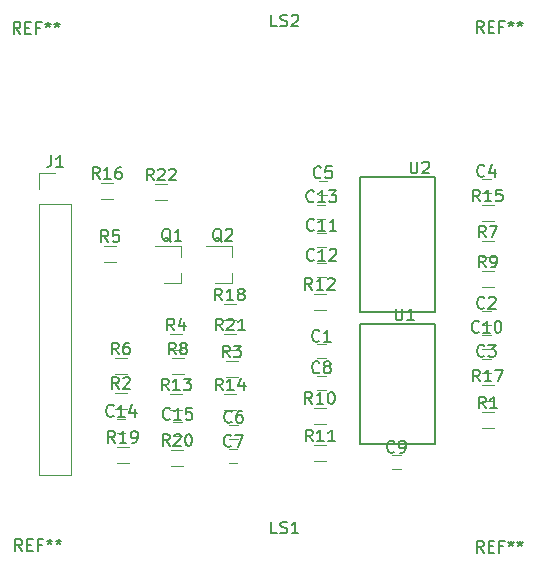
<source format=gbr>
G04 #@! TF.FileFunction,Legend,Top*
%FSLAX46Y46*%
G04 Gerber Fmt 4.6, Leading zero omitted, Abs format (unit mm)*
G04 Created by KiCad (PCBNEW 4.0.7) date Monday, December 18, 2017 'PMt' 04:43:52 PM*
%MOMM*%
%LPD*%
G01*
G04 APERTURE LIST*
%ADD10C,0.100000*%
%ADD11C,0.120000*%
%ADD12C,0.150000*%
G04 APERTURE END LIST*
D10*
D11*
X117064000Y-108112000D02*
X117764000Y-108112000D01*
X117764000Y-109312000D02*
X117064000Y-109312000D01*
X131034000Y-105318000D02*
X131734000Y-105318000D01*
X131734000Y-106518000D02*
X131034000Y-106518000D01*
X131034000Y-109382000D02*
X131734000Y-109382000D01*
X131734000Y-110582000D02*
X131034000Y-110582000D01*
X131034000Y-94142000D02*
X131734000Y-94142000D01*
X131734000Y-95342000D02*
X131034000Y-95342000D01*
X117186000Y-94269000D02*
X117886000Y-94269000D01*
X117886000Y-95469000D02*
X117186000Y-95469000D01*
X109632000Y-114970000D02*
X110332000Y-114970000D01*
X110332000Y-116170000D02*
X109632000Y-116170000D01*
X109566000Y-117002000D02*
X110266000Y-117002000D01*
X110266000Y-118202000D02*
X109566000Y-118202000D01*
X117064000Y-110779000D02*
X117764000Y-110779000D01*
X117764000Y-111979000D02*
X117064000Y-111979000D01*
X123414000Y-117510000D02*
X124114000Y-117510000D01*
X124114000Y-118710000D02*
X123414000Y-118710000D01*
X131034000Y-107350000D02*
X131734000Y-107350000D01*
X131734000Y-108550000D02*
X131034000Y-108550000D01*
X117064000Y-98714000D02*
X117764000Y-98714000D01*
X117764000Y-99914000D02*
X117064000Y-99914000D01*
X117064000Y-101254000D02*
X117764000Y-101254000D01*
X117764000Y-102454000D02*
X117064000Y-102454000D01*
X117059000Y-96301000D02*
X117759000Y-96301000D01*
X117759000Y-97501000D02*
X117059000Y-97501000D01*
X100107000Y-114462000D02*
X100807000Y-114462000D01*
X100807000Y-115662000D02*
X100107000Y-115662000D01*
X104872000Y-114716000D02*
X105572000Y-114716000D01*
X105572000Y-115916000D02*
X104872000Y-115916000D01*
X105519000Y-102987000D02*
X105519000Y-102057000D01*
X105519000Y-99827000D02*
X105519000Y-100757000D01*
X105519000Y-99827000D02*
X103359000Y-99827000D01*
X105519000Y-102987000D02*
X104059000Y-102987000D01*
X109837000Y-102987000D02*
X109837000Y-102057000D01*
X109837000Y-99827000D02*
X109837000Y-100757000D01*
X109837000Y-99827000D02*
X107677000Y-99827000D01*
X109837000Y-102987000D02*
X108377000Y-102987000D01*
X131988000Y-115234000D02*
X130988000Y-115234000D01*
X130988000Y-113874000D02*
X131988000Y-113874000D01*
X100914000Y-113583000D02*
X99914000Y-113583000D01*
X99914000Y-112223000D02*
X100914000Y-112223000D01*
X110312000Y-110916000D02*
X109312000Y-110916000D01*
X109312000Y-109556000D02*
X110312000Y-109556000D01*
X105613000Y-108630000D02*
X104613000Y-108630000D01*
X104613000Y-107270000D02*
X105613000Y-107270000D01*
X100025000Y-101137000D02*
X99025000Y-101137000D01*
X99025000Y-99777000D02*
X100025000Y-99777000D01*
X100914000Y-110662000D02*
X99914000Y-110662000D01*
X99914000Y-109302000D02*
X100914000Y-109302000D01*
X105740000Y-110662000D02*
X104740000Y-110662000D01*
X104740000Y-109302000D02*
X105740000Y-109302000D01*
X117764000Y-114853000D02*
X116764000Y-114853000D01*
X116764000Y-113493000D02*
X117764000Y-113493000D01*
X117805000Y-118028000D02*
X116805000Y-118028000D01*
X116805000Y-116668000D02*
X117805000Y-116668000D01*
X105613000Y-113710000D02*
X104613000Y-113710000D01*
X104613000Y-112350000D02*
X105613000Y-112350000D01*
X110185000Y-113710000D02*
X109185000Y-113710000D01*
X109185000Y-112350000D02*
X110185000Y-112350000D01*
X99771000Y-95803000D02*
X98771000Y-95803000D01*
X98771000Y-94443000D02*
X99771000Y-94443000D01*
X131988000Y-112948000D02*
X130988000Y-112948000D01*
X130988000Y-111588000D02*
X131988000Y-111588000D01*
X110144000Y-106090000D02*
X109144000Y-106090000D01*
X109144000Y-104730000D02*
X110144000Y-104730000D01*
X101084000Y-118155000D02*
X100084000Y-118155000D01*
X100084000Y-116795000D02*
X101084000Y-116795000D01*
X105699000Y-118409000D02*
X104699000Y-118409000D01*
X104699000Y-117049000D02*
X105699000Y-117049000D01*
X110185000Y-108630000D02*
X109185000Y-108630000D01*
X109185000Y-107270000D02*
X110185000Y-107270000D01*
X104343000Y-95930000D02*
X103343000Y-95930000D01*
X103343000Y-94570000D02*
X104343000Y-94570000D01*
D12*
X120650000Y-106426000D02*
X127000000Y-106426000D01*
X127000000Y-106426000D02*
X120650000Y-106426000D01*
X120650000Y-116586000D02*
X120650000Y-106426000D01*
X120650000Y-116586000D02*
X120650000Y-106426000D01*
X127000000Y-116586000D02*
X120650000Y-116586000D01*
X127000000Y-106426000D02*
X127000000Y-116586000D01*
X127000000Y-116586000D02*
X127000000Y-106426000D01*
D11*
X93539000Y-96266000D02*
X93539000Y-119186000D01*
X93539000Y-119186000D02*
X96199000Y-119186000D01*
X96199000Y-119186000D02*
X96199000Y-96266000D01*
X96199000Y-96266000D02*
X93539000Y-96266000D01*
X93539000Y-94996000D02*
X93539000Y-93666000D01*
X93539000Y-93666000D02*
X94869000Y-93666000D01*
X131988000Y-100756000D02*
X130988000Y-100756000D01*
X130988000Y-99396000D02*
X131988000Y-99396000D01*
X131988000Y-103296000D02*
X130988000Y-103296000D01*
X130988000Y-101936000D02*
X131988000Y-101936000D01*
X117764000Y-105201000D02*
X116764000Y-105201000D01*
X116764000Y-103841000D02*
X117764000Y-103841000D01*
X131988000Y-97708000D02*
X130988000Y-97708000D01*
X130988000Y-96348000D02*
X131988000Y-96348000D01*
D12*
X120650000Y-93980000D02*
X120650000Y-105410000D01*
X127000000Y-105410000D02*
X120650000Y-105410000D01*
X127000000Y-93980000D02*
X127000000Y-105410000D01*
X127000000Y-105410000D02*
X127000000Y-93980000D01*
X127000000Y-93980000D02*
X127000000Y-105410000D01*
X120650000Y-93980000D02*
X127000000Y-93980000D01*
X117247334Y-107819143D02*
X117199715Y-107866762D01*
X117056858Y-107914381D01*
X116961620Y-107914381D01*
X116818762Y-107866762D01*
X116723524Y-107771524D01*
X116675905Y-107676286D01*
X116628286Y-107485810D01*
X116628286Y-107342952D01*
X116675905Y-107152476D01*
X116723524Y-107057238D01*
X116818762Y-106962000D01*
X116961620Y-106914381D01*
X117056858Y-106914381D01*
X117199715Y-106962000D01*
X117247334Y-107009619D01*
X118199715Y-107914381D02*
X117628286Y-107914381D01*
X117914000Y-107914381D02*
X117914000Y-106914381D01*
X117818762Y-107057238D01*
X117723524Y-107152476D01*
X117628286Y-107200095D01*
X131217334Y-105025143D02*
X131169715Y-105072762D01*
X131026858Y-105120381D01*
X130931620Y-105120381D01*
X130788762Y-105072762D01*
X130693524Y-104977524D01*
X130645905Y-104882286D01*
X130598286Y-104691810D01*
X130598286Y-104548952D01*
X130645905Y-104358476D01*
X130693524Y-104263238D01*
X130788762Y-104168000D01*
X130931620Y-104120381D01*
X131026858Y-104120381D01*
X131169715Y-104168000D01*
X131217334Y-104215619D01*
X131598286Y-104215619D02*
X131645905Y-104168000D01*
X131741143Y-104120381D01*
X131979239Y-104120381D01*
X132074477Y-104168000D01*
X132122096Y-104215619D01*
X132169715Y-104310857D01*
X132169715Y-104406095D01*
X132122096Y-104548952D01*
X131550667Y-105120381D01*
X132169715Y-105120381D01*
X131217334Y-109089143D02*
X131169715Y-109136762D01*
X131026858Y-109184381D01*
X130931620Y-109184381D01*
X130788762Y-109136762D01*
X130693524Y-109041524D01*
X130645905Y-108946286D01*
X130598286Y-108755810D01*
X130598286Y-108612952D01*
X130645905Y-108422476D01*
X130693524Y-108327238D01*
X130788762Y-108232000D01*
X130931620Y-108184381D01*
X131026858Y-108184381D01*
X131169715Y-108232000D01*
X131217334Y-108279619D01*
X131550667Y-108184381D02*
X132169715Y-108184381D01*
X131836381Y-108565333D01*
X131979239Y-108565333D01*
X132074477Y-108612952D01*
X132122096Y-108660571D01*
X132169715Y-108755810D01*
X132169715Y-108993905D01*
X132122096Y-109089143D01*
X132074477Y-109136762D01*
X131979239Y-109184381D01*
X131693524Y-109184381D01*
X131598286Y-109136762D01*
X131550667Y-109089143D01*
X131217334Y-93849143D02*
X131169715Y-93896762D01*
X131026858Y-93944381D01*
X130931620Y-93944381D01*
X130788762Y-93896762D01*
X130693524Y-93801524D01*
X130645905Y-93706286D01*
X130598286Y-93515810D01*
X130598286Y-93372952D01*
X130645905Y-93182476D01*
X130693524Y-93087238D01*
X130788762Y-92992000D01*
X130931620Y-92944381D01*
X131026858Y-92944381D01*
X131169715Y-92992000D01*
X131217334Y-93039619D01*
X132074477Y-93277714D02*
X132074477Y-93944381D01*
X131836381Y-92896762D02*
X131598286Y-93611048D01*
X132217334Y-93611048D01*
X117369334Y-93976143D02*
X117321715Y-94023762D01*
X117178858Y-94071381D01*
X117083620Y-94071381D01*
X116940762Y-94023762D01*
X116845524Y-93928524D01*
X116797905Y-93833286D01*
X116750286Y-93642810D01*
X116750286Y-93499952D01*
X116797905Y-93309476D01*
X116845524Y-93214238D01*
X116940762Y-93119000D01*
X117083620Y-93071381D01*
X117178858Y-93071381D01*
X117321715Y-93119000D01*
X117369334Y-93166619D01*
X118274096Y-93071381D02*
X117797905Y-93071381D01*
X117750286Y-93547571D01*
X117797905Y-93499952D01*
X117893143Y-93452333D01*
X118131239Y-93452333D01*
X118226477Y-93499952D01*
X118274096Y-93547571D01*
X118321715Y-93642810D01*
X118321715Y-93880905D01*
X118274096Y-93976143D01*
X118226477Y-94023762D01*
X118131239Y-94071381D01*
X117893143Y-94071381D01*
X117797905Y-94023762D01*
X117750286Y-93976143D01*
X109815334Y-114677143D02*
X109767715Y-114724762D01*
X109624858Y-114772381D01*
X109529620Y-114772381D01*
X109386762Y-114724762D01*
X109291524Y-114629524D01*
X109243905Y-114534286D01*
X109196286Y-114343810D01*
X109196286Y-114200952D01*
X109243905Y-114010476D01*
X109291524Y-113915238D01*
X109386762Y-113820000D01*
X109529620Y-113772381D01*
X109624858Y-113772381D01*
X109767715Y-113820000D01*
X109815334Y-113867619D01*
X110672477Y-113772381D02*
X110482000Y-113772381D01*
X110386762Y-113820000D01*
X110339143Y-113867619D01*
X110243905Y-114010476D01*
X110196286Y-114200952D01*
X110196286Y-114581905D01*
X110243905Y-114677143D01*
X110291524Y-114724762D01*
X110386762Y-114772381D01*
X110577239Y-114772381D01*
X110672477Y-114724762D01*
X110720096Y-114677143D01*
X110767715Y-114581905D01*
X110767715Y-114343810D01*
X110720096Y-114248571D01*
X110672477Y-114200952D01*
X110577239Y-114153333D01*
X110386762Y-114153333D01*
X110291524Y-114200952D01*
X110243905Y-114248571D01*
X110196286Y-114343810D01*
X109749334Y-116709143D02*
X109701715Y-116756762D01*
X109558858Y-116804381D01*
X109463620Y-116804381D01*
X109320762Y-116756762D01*
X109225524Y-116661524D01*
X109177905Y-116566286D01*
X109130286Y-116375810D01*
X109130286Y-116232952D01*
X109177905Y-116042476D01*
X109225524Y-115947238D01*
X109320762Y-115852000D01*
X109463620Y-115804381D01*
X109558858Y-115804381D01*
X109701715Y-115852000D01*
X109749334Y-115899619D01*
X110082667Y-115804381D02*
X110749334Y-115804381D01*
X110320762Y-116804381D01*
X117247334Y-110486143D02*
X117199715Y-110533762D01*
X117056858Y-110581381D01*
X116961620Y-110581381D01*
X116818762Y-110533762D01*
X116723524Y-110438524D01*
X116675905Y-110343286D01*
X116628286Y-110152810D01*
X116628286Y-110009952D01*
X116675905Y-109819476D01*
X116723524Y-109724238D01*
X116818762Y-109629000D01*
X116961620Y-109581381D01*
X117056858Y-109581381D01*
X117199715Y-109629000D01*
X117247334Y-109676619D01*
X117818762Y-110009952D02*
X117723524Y-109962333D01*
X117675905Y-109914714D01*
X117628286Y-109819476D01*
X117628286Y-109771857D01*
X117675905Y-109676619D01*
X117723524Y-109629000D01*
X117818762Y-109581381D01*
X118009239Y-109581381D01*
X118104477Y-109629000D01*
X118152096Y-109676619D01*
X118199715Y-109771857D01*
X118199715Y-109819476D01*
X118152096Y-109914714D01*
X118104477Y-109962333D01*
X118009239Y-110009952D01*
X117818762Y-110009952D01*
X117723524Y-110057571D01*
X117675905Y-110105190D01*
X117628286Y-110200429D01*
X117628286Y-110390905D01*
X117675905Y-110486143D01*
X117723524Y-110533762D01*
X117818762Y-110581381D01*
X118009239Y-110581381D01*
X118104477Y-110533762D01*
X118152096Y-110486143D01*
X118199715Y-110390905D01*
X118199715Y-110200429D01*
X118152096Y-110105190D01*
X118104477Y-110057571D01*
X118009239Y-110009952D01*
X123597334Y-117217143D02*
X123549715Y-117264762D01*
X123406858Y-117312381D01*
X123311620Y-117312381D01*
X123168762Y-117264762D01*
X123073524Y-117169524D01*
X123025905Y-117074286D01*
X122978286Y-116883810D01*
X122978286Y-116740952D01*
X123025905Y-116550476D01*
X123073524Y-116455238D01*
X123168762Y-116360000D01*
X123311620Y-116312381D01*
X123406858Y-116312381D01*
X123549715Y-116360000D01*
X123597334Y-116407619D01*
X124073524Y-117312381D02*
X124264000Y-117312381D01*
X124359239Y-117264762D01*
X124406858Y-117217143D01*
X124502096Y-117074286D01*
X124549715Y-116883810D01*
X124549715Y-116502857D01*
X124502096Y-116407619D01*
X124454477Y-116360000D01*
X124359239Y-116312381D01*
X124168762Y-116312381D01*
X124073524Y-116360000D01*
X124025905Y-116407619D01*
X123978286Y-116502857D01*
X123978286Y-116740952D01*
X124025905Y-116836190D01*
X124073524Y-116883810D01*
X124168762Y-116931429D01*
X124359239Y-116931429D01*
X124454477Y-116883810D01*
X124502096Y-116836190D01*
X124549715Y-116740952D01*
X130741143Y-107057143D02*
X130693524Y-107104762D01*
X130550667Y-107152381D01*
X130455429Y-107152381D01*
X130312571Y-107104762D01*
X130217333Y-107009524D01*
X130169714Y-106914286D01*
X130122095Y-106723810D01*
X130122095Y-106580952D01*
X130169714Y-106390476D01*
X130217333Y-106295238D01*
X130312571Y-106200000D01*
X130455429Y-106152381D01*
X130550667Y-106152381D01*
X130693524Y-106200000D01*
X130741143Y-106247619D01*
X131693524Y-107152381D02*
X131122095Y-107152381D01*
X131407809Y-107152381D02*
X131407809Y-106152381D01*
X131312571Y-106295238D01*
X131217333Y-106390476D01*
X131122095Y-106438095D01*
X132312571Y-106152381D02*
X132407810Y-106152381D01*
X132503048Y-106200000D01*
X132550667Y-106247619D01*
X132598286Y-106342857D01*
X132645905Y-106533333D01*
X132645905Y-106771429D01*
X132598286Y-106961905D01*
X132550667Y-107057143D01*
X132503048Y-107104762D01*
X132407810Y-107152381D01*
X132312571Y-107152381D01*
X132217333Y-107104762D01*
X132169714Y-107057143D01*
X132122095Y-106961905D01*
X132074476Y-106771429D01*
X132074476Y-106533333D01*
X132122095Y-106342857D01*
X132169714Y-106247619D01*
X132217333Y-106200000D01*
X132312571Y-106152381D01*
X116771143Y-98421143D02*
X116723524Y-98468762D01*
X116580667Y-98516381D01*
X116485429Y-98516381D01*
X116342571Y-98468762D01*
X116247333Y-98373524D01*
X116199714Y-98278286D01*
X116152095Y-98087810D01*
X116152095Y-97944952D01*
X116199714Y-97754476D01*
X116247333Y-97659238D01*
X116342571Y-97564000D01*
X116485429Y-97516381D01*
X116580667Y-97516381D01*
X116723524Y-97564000D01*
X116771143Y-97611619D01*
X117723524Y-98516381D02*
X117152095Y-98516381D01*
X117437809Y-98516381D02*
X117437809Y-97516381D01*
X117342571Y-97659238D01*
X117247333Y-97754476D01*
X117152095Y-97802095D01*
X118675905Y-98516381D02*
X118104476Y-98516381D01*
X118390190Y-98516381D02*
X118390190Y-97516381D01*
X118294952Y-97659238D01*
X118199714Y-97754476D01*
X118104476Y-97802095D01*
X116771143Y-100961143D02*
X116723524Y-101008762D01*
X116580667Y-101056381D01*
X116485429Y-101056381D01*
X116342571Y-101008762D01*
X116247333Y-100913524D01*
X116199714Y-100818286D01*
X116152095Y-100627810D01*
X116152095Y-100484952D01*
X116199714Y-100294476D01*
X116247333Y-100199238D01*
X116342571Y-100104000D01*
X116485429Y-100056381D01*
X116580667Y-100056381D01*
X116723524Y-100104000D01*
X116771143Y-100151619D01*
X117723524Y-101056381D02*
X117152095Y-101056381D01*
X117437809Y-101056381D02*
X117437809Y-100056381D01*
X117342571Y-100199238D01*
X117247333Y-100294476D01*
X117152095Y-100342095D01*
X118104476Y-100151619D02*
X118152095Y-100104000D01*
X118247333Y-100056381D01*
X118485429Y-100056381D01*
X118580667Y-100104000D01*
X118628286Y-100151619D01*
X118675905Y-100246857D01*
X118675905Y-100342095D01*
X118628286Y-100484952D01*
X118056857Y-101056381D01*
X118675905Y-101056381D01*
X116766143Y-96008143D02*
X116718524Y-96055762D01*
X116575667Y-96103381D01*
X116480429Y-96103381D01*
X116337571Y-96055762D01*
X116242333Y-95960524D01*
X116194714Y-95865286D01*
X116147095Y-95674810D01*
X116147095Y-95531952D01*
X116194714Y-95341476D01*
X116242333Y-95246238D01*
X116337571Y-95151000D01*
X116480429Y-95103381D01*
X116575667Y-95103381D01*
X116718524Y-95151000D01*
X116766143Y-95198619D01*
X117718524Y-96103381D02*
X117147095Y-96103381D01*
X117432809Y-96103381D02*
X117432809Y-95103381D01*
X117337571Y-95246238D01*
X117242333Y-95341476D01*
X117147095Y-95389095D01*
X118051857Y-95103381D02*
X118670905Y-95103381D01*
X118337571Y-95484333D01*
X118480429Y-95484333D01*
X118575667Y-95531952D01*
X118623286Y-95579571D01*
X118670905Y-95674810D01*
X118670905Y-95912905D01*
X118623286Y-96008143D01*
X118575667Y-96055762D01*
X118480429Y-96103381D01*
X118194714Y-96103381D01*
X118099476Y-96055762D01*
X118051857Y-96008143D01*
X99814143Y-114169143D02*
X99766524Y-114216762D01*
X99623667Y-114264381D01*
X99528429Y-114264381D01*
X99385571Y-114216762D01*
X99290333Y-114121524D01*
X99242714Y-114026286D01*
X99195095Y-113835810D01*
X99195095Y-113692952D01*
X99242714Y-113502476D01*
X99290333Y-113407238D01*
X99385571Y-113312000D01*
X99528429Y-113264381D01*
X99623667Y-113264381D01*
X99766524Y-113312000D01*
X99814143Y-113359619D01*
X100766524Y-114264381D02*
X100195095Y-114264381D01*
X100480809Y-114264381D02*
X100480809Y-113264381D01*
X100385571Y-113407238D01*
X100290333Y-113502476D01*
X100195095Y-113550095D01*
X101623667Y-113597714D02*
X101623667Y-114264381D01*
X101385571Y-113216762D02*
X101147476Y-113931048D01*
X101766524Y-113931048D01*
X104579143Y-114423143D02*
X104531524Y-114470762D01*
X104388667Y-114518381D01*
X104293429Y-114518381D01*
X104150571Y-114470762D01*
X104055333Y-114375524D01*
X104007714Y-114280286D01*
X103960095Y-114089810D01*
X103960095Y-113946952D01*
X104007714Y-113756476D01*
X104055333Y-113661238D01*
X104150571Y-113566000D01*
X104293429Y-113518381D01*
X104388667Y-113518381D01*
X104531524Y-113566000D01*
X104579143Y-113613619D01*
X105531524Y-114518381D02*
X104960095Y-114518381D01*
X105245809Y-114518381D02*
X105245809Y-113518381D01*
X105150571Y-113661238D01*
X105055333Y-113756476D01*
X104960095Y-113804095D01*
X106436286Y-113518381D02*
X105960095Y-113518381D01*
X105912476Y-113994571D01*
X105960095Y-113946952D01*
X106055333Y-113899333D01*
X106293429Y-113899333D01*
X106388667Y-113946952D01*
X106436286Y-113994571D01*
X106483905Y-114089810D01*
X106483905Y-114327905D01*
X106436286Y-114423143D01*
X106388667Y-114470762D01*
X106293429Y-114518381D01*
X106055333Y-114518381D01*
X105960095Y-114470762D01*
X105912476Y-114423143D01*
X113657143Y-124142381D02*
X113180952Y-124142381D01*
X113180952Y-123142381D01*
X113942857Y-124094762D02*
X114085714Y-124142381D01*
X114323810Y-124142381D01*
X114419048Y-124094762D01*
X114466667Y-124047143D01*
X114514286Y-123951905D01*
X114514286Y-123856667D01*
X114466667Y-123761429D01*
X114419048Y-123713810D01*
X114323810Y-123666190D01*
X114133333Y-123618571D01*
X114038095Y-123570952D01*
X113990476Y-123523333D01*
X113942857Y-123428095D01*
X113942857Y-123332857D01*
X113990476Y-123237619D01*
X114038095Y-123190000D01*
X114133333Y-123142381D01*
X114371429Y-123142381D01*
X114514286Y-123190000D01*
X115466667Y-124142381D02*
X114895238Y-124142381D01*
X115180952Y-124142381D02*
X115180952Y-123142381D01*
X115085714Y-123285238D01*
X114990476Y-123380476D01*
X114895238Y-123428095D01*
X113657143Y-81216381D02*
X113180952Y-81216381D01*
X113180952Y-80216381D01*
X113942857Y-81168762D02*
X114085714Y-81216381D01*
X114323810Y-81216381D01*
X114419048Y-81168762D01*
X114466667Y-81121143D01*
X114514286Y-81025905D01*
X114514286Y-80930667D01*
X114466667Y-80835429D01*
X114419048Y-80787810D01*
X114323810Y-80740190D01*
X114133333Y-80692571D01*
X114038095Y-80644952D01*
X113990476Y-80597333D01*
X113942857Y-80502095D01*
X113942857Y-80406857D01*
X113990476Y-80311619D01*
X114038095Y-80264000D01*
X114133333Y-80216381D01*
X114371429Y-80216381D01*
X114514286Y-80264000D01*
X114895238Y-80311619D02*
X114942857Y-80264000D01*
X115038095Y-80216381D01*
X115276191Y-80216381D01*
X115371429Y-80264000D01*
X115419048Y-80311619D01*
X115466667Y-80406857D01*
X115466667Y-80502095D01*
X115419048Y-80644952D01*
X114847619Y-81216381D01*
X115466667Y-81216381D01*
X104663762Y-99454619D02*
X104568524Y-99407000D01*
X104473286Y-99311762D01*
X104330429Y-99168905D01*
X104235190Y-99121286D01*
X104139952Y-99121286D01*
X104187571Y-99359381D02*
X104092333Y-99311762D01*
X103997095Y-99216524D01*
X103949476Y-99026048D01*
X103949476Y-98692714D01*
X103997095Y-98502238D01*
X104092333Y-98407000D01*
X104187571Y-98359381D01*
X104378048Y-98359381D01*
X104473286Y-98407000D01*
X104568524Y-98502238D01*
X104616143Y-98692714D01*
X104616143Y-99026048D01*
X104568524Y-99216524D01*
X104473286Y-99311762D01*
X104378048Y-99359381D01*
X104187571Y-99359381D01*
X105568524Y-99359381D02*
X104997095Y-99359381D01*
X105282809Y-99359381D02*
X105282809Y-98359381D01*
X105187571Y-98502238D01*
X105092333Y-98597476D01*
X104997095Y-98645095D01*
X108981762Y-99454619D02*
X108886524Y-99407000D01*
X108791286Y-99311762D01*
X108648429Y-99168905D01*
X108553190Y-99121286D01*
X108457952Y-99121286D01*
X108505571Y-99359381D02*
X108410333Y-99311762D01*
X108315095Y-99216524D01*
X108267476Y-99026048D01*
X108267476Y-98692714D01*
X108315095Y-98502238D01*
X108410333Y-98407000D01*
X108505571Y-98359381D01*
X108696048Y-98359381D01*
X108791286Y-98407000D01*
X108886524Y-98502238D01*
X108934143Y-98692714D01*
X108934143Y-99026048D01*
X108886524Y-99216524D01*
X108791286Y-99311762D01*
X108696048Y-99359381D01*
X108505571Y-99359381D01*
X109315095Y-98454619D02*
X109362714Y-98407000D01*
X109457952Y-98359381D01*
X109696048Y-98359381D01*
X109791286Y-98407000D01*
X109838905Y-98454619D01*
X109886524Y-98549857D01*
X109886524Y-98645095D01*
X109838905Y-98787952D01*
X109267476Y-99359381D01*
X109886524Y-99359381D01*
X131321334Y-113556381D02*
X130988000Y-113080190D01*
X130749905Y-113556381D02*
X130749905Y-112556381D01*
X131130858Y-112556381D01*
X131226096Y-112604000D01*
X131273715Y-112651619D01*
X131321334Y-112746857D01*
X131321334Y-112889714D01*
X131273715Y-112984952D01*
X131226096Y-113032571D01*
X131130858Y-113080190D01*
X130749905Y-113080190D01*
X132273715Y-113556381D02*
X131702286Y-113556381D01*
X131988000Y-113556381D02*
X131988000Y-112556381D01*
X131892762Y-112699238D01*
X131797524Y-112794476D01*
X131702286Y-112842095D01*
X100247334Y-111905381D02*
X99914000Y-111429190D01*
X99675905Y-111905381D02*
X99675905Y-110905381D01*
X100056858Y-110905381D01*
X100152096Y-110953000D01*
X100199715Y-111000619D01*
X100247334Y-111095857D01*
X100247334Y-111238714D01*
X100199715Y-111333952D01*
X100152096Y-111381571D01*
X100056858Y-111429190D01*
X99675905Y-111429190D01*
X100628286Y-111000619D02*
X100675905Y-110953000D01*
X100771143Y-110905381D01*
X101009239Y-110905381D01*
X101104477Y-110953000D01*
X101152096Y-111000619D01*
X101199715Y-111095857D01*
X101199715Y-111191095D01*
X101152096Y-111333952D01*
X100580667Y-111905381D01*
X101199715Y-111905381D01*
X109645334Y-109238381D02*
X109312000Y-108762190D01*
X109073905Y-109238381D02*
X109073905Y-108238381D01*
X109454858Y-108238381D01*
X109550096Y-108286000D01*
X109597715Y-108333619D01*
X109645334Y-108428857D01*
X109645334Y-108571714D01*
X109597715Y-108666952D01*
X109550096Y-108714571D01*
X109454858Y-108762190D01*
X109073905Y-108762190D01*
X109978667Y-108238381D02*
X110597715Y-108238381D01*
X110264381Y-108619333D01*
X110407239Y-108619333D01*
X110502477Y-108666952D01*
X110550096Y-108714571D01*
X110597715Y-108809810D01*
X110597715Y-109047905D01*
X110550096Y-109143143D01*
X110502477Y-109190762D01*
X110407239Y-109238381D01*
X110121524Y-109238381D01*
X110026286Y-109190762D01*
X109978667Y-109143143D01*
X104946334Y-106952381D02*
X104613000Y-106476190D01*
X104374905Y-106952381D02*
X104374905Y-105952381D01*
X104755858Y-105952381D01*
X104851096Y-106000000D01*
X104898715Y-106047619D01*
X104946334Y-106142857D01*
X104946334Y-106285714D01*
X104898715Y-106380952D01*
X104851096Y-106428571D01*
X104755858Y-106476190D01*
X104374905Y-106476190D01*
X105803477Y-106285714D02*
X105803477Y-106952381D01*
X105565381Y-105904762D02*
X105327286Y-106619048D01*
X105946334Y-106619048D01*
X99358334Y-99459381D02*
X99025000Y-98983190D01*
X98786905Y-99459381D02*
X98786905Y-98459381D01*
X99167858Y-98459381D01*
X99263096Y-98507000D01*
X99310715Y-98554619D01*
X99358334Y-98649857D01*
X99358334Y-98792714D01*
X99310715Y-98887952D01*
X99263096Y-98935571D01*
X99167858Y-98983190D01*
X98786905Y-98983190D01*
X100263096Y-98459381D02*
X99786905Y-98459381D01*
X99739286Y-98935571D01*
X99786905Y-98887952D01*
X99882143Y-98840333D01*
X100120239Y-98840333D01*
X100215477Y-98887952D01*
X100263096Y-98935571D01*
X100310715Y-99030810D01*
X100310715Y-99268905D01*
X100263096Y-99364143D01*
X100215477Y-99411762D01*
X100120239Y-99459381D01*
X99882143Y-99459381D01*
X99786905Y-99411762D01*
X99739286Y-99364143D01*
X100247334Y-108984381D02*
X99914000Y-108508190D01*
X99675905Y-108984381D02*
X99675905Y-107984381D01*
X100056858Y-107984381D01*
X100152096Y-108032000D01*
X100199715Y-108079619D01*
X100247334Y-108174857D01*
X100247334Y-108317714D01*
X100199715Y-108412952D01*
X100152096Y-108460571D01*
X100056858Y-108508190D01*
X99675905Y-108508190D01*
X101104477Y-107984381D02*
X100914000Y-107984381D01*
X100818762Y-108032000D01*
X100771143Y-108079619D01*
X100675905Y-108222476D01*
X100628286Y-108412952D01*
X100628286Y-108793905D01*
X100675905Y-108889143D01*
X100723524Y-108936762D01*
X100818762Y-108984381D01*
X101009239Y-108984381D01*
X101104477Y-108936762D01*
X101152096Y-108889143D01*
X101199715Y-108793905D01*
X101199715Y-108555810D01*
X101152096Y-108460571D01*
X101104477Y-108412952D01*
X101009239Y-108365333D01*
X100818762Y-108365333D01*
X100723524Y-108412952D01*
X100675905Y-108460571D01*
X100628286Y-108555810D01*
X105073334Y-108984381D02*
X104740000Y-108508190D01*
X104501905Y-108984381D02*
X104501905Y-107984381D01*
X104882858Y-107984381D01*
X104978096Y-108032000D01*
X105025715Y-108079619D01*
X105073334Y-108174857D01*
X105073334Y-108317714D01*
X105025715Y-108412952D01*
X104978096Y-108460571D01*
X104882858Y-108508190D01*
X104501905Y-108508190D01*
X105644762Y-108412952D02*
X105549524Y-108365333D01*
X105501905Y-108317714D01*
X105454286Y-108222476D01*
X105454286Y-108174857D01*
X105501905Y-108079619D01*
X105549524Y-108032000D01*
X105644762Y-107984381D01*
X105835239Y-107984381D01*
X105930477Y-108032000D01*
X105978096Y-108079619D01*
X106025715Y-108174857D01*
X106025715Y-108222476D01*
X105978096Y-108317714D01*
X105930477Y-108365333D01*
X105835239Y-108412952D01*
X105644762Y-108412952D01*
X105549524Y-108460571D01*
X105501905Y-108508190D01*
X105454286Y-108603429D01*
X105454286Y-108793905D01*
X105501905Y-108889143D01*
X105549524Y-108936762D01*
X105644762Y-108984381D01*
X105835239Y-108984381D01*
X105930477Y-108936762D01*
X105978096Y-108889143D01*
X106025715Y-108793905D01*
X106025715Y-108603429D01*
X105978096Y-108508190D01*
X105930477Y-108460571D01*
X105835239Y-108412952D01*
X116621143Y-113175381D02*
X116287809Y-112699190D01*
X116049714Y-113175381D02*
X116049714Y-112175381D01*
X116430667Y-112175381D01*
X116525905Y-112223000D01*
X116573524Y-112270619D01*
X116621143Y-112365857D01*
X116621143Y-112508714D01*
X116573524Y-112603952D01*
X116525905Y-112651571D01*
X116430667Y-112699190D01*
X116049714Y-112699190D01*
X117573524Y-113175381D02*
X117002095Y-113175381D01*
X117287809Y-113175381D02*
X117287809Y-112175381D01*
X117192571Y-112318238D01*
X117097333Y-112413476D01*
X117002095Y-112461095D01*
X118192571Y-112175381D02*
X118287810Y-112175381D01*
X118383048Y-112223000D01*
X118430667Y-112270619D01*
X118478286Y-112365857D01*
X118525905Y-112556333D01*
X118525905Y-112794429D01*
X118478286Y-112984905D01*
X118430667Y-113080143D01*
X118383048Y-113127762D01*
X118287810Y-113175381D01*
X118192571Y-113175381D01*
X118097333Y-113127762D01*
X118049714Y-113080143D01*
X118002095Y-112984905D01*
X117954476Y-112794429D01*
X117954476Y-112556333D01*
X118002095Y-112365857D01*
X118049714Y-112270619D01*
X118097333Y-112223000D01*
X118192571Y-112175381D01*
X116662143Y-116350381D02*
X116328809Y-115874190D01*
X116090714Y-116350381D02*
X116090714Y-115350381D01*
X116471667Y-115350381D01*
X116566905Y-115398000D01*
X116614524Y-115445619D01*
X116662143Y-115540857D01*
X116662143Y-115683714D01*
X116614524Y-115778952D01*
X116566905Y-115826571D01*
X116471667Y-115874190D01*
X116090714Y-115874190D01*
X117614524Y-116350381D02*
X117043095Y-116350381D01*
X117328809Y-116350381D02*
X117328809Y-115350381D01*
X117233571Y-115493238D01*
X117138333Y-115588476D01*
X117043095Y-115636095D01*
X118566905Y-116350381D02*
X117995476Y-116350381D01*
X118281190Y-116350381D02*
X118281190Y-115350381D01*
X118185952Y-115493238D01*
X118090714Y-115588476D01*
X117995476Y-115636095D01*
X104470143Y-112032381D02*
X104136809Y-111556190D01*
X103898714Y-112032381D02*
X103898714Y-111032381D01*
X104279667Y-111032381D01*
X104374905Y-111080000D01*
X104422524Y-111127619D01*
X104470143Y-111222857D01*
X104470143Y-111365714D01*
X104422524Y-111460952D01*
X104374905Y-111508571D01*
X104279667Y-111556190D01*
X103898714Y-111556190D01*
X105422524Y-112032381D02*
X104851095Y-112032381D01*
X105136809Y-112032381D02*
X105136809Y-111032381D01*
X105041571Y-111175238D01*
X104946333Y-111270476D01*
X104851095Y-111318095D01*
X105755857Y-111032381D02*
X106374905Y-111032381D01*
X106041571Y-111413333D01*
X106184429Y-111413333D01*
X106279667Y-111460952D01*
X106327286Y-111508571D01*
X106374905Y-111603810D01*
X106374905Y-111841905D01*
X106327286Y-111937143D01*
X106279667Y-111984762D01*
X106184429Y-112032381D01*
X105898714Y-112032381D01*
X105803476Y-111984762D01*
X105755857Y-111937143D01*
X109042143Y-112032381D02*
X108708809Y-111556190D01*
X108470714Y-112032381D02*
X108470714Y-111032381D01*
X108851667Y-111032381D01*
X108946905Y-111080000D01*
X108994524Y-111127619D01*
X109042143Y-111222857D01*
X109042143Y-111365714D01*
X108994524Y-111460952D01*
X108946905Y-111508571D01*
X108851667Y-111556190D01*
X108470714Y-111556190D01*
X109994524Y-112032381D02*
X109423095Y-112032381D01*
X109708809Y-112032381D02*
X109708809Y-111032381D01*
X109613571Y-111175238D01*
X109518333Y-111270476D01*
X109423095Y-111318095D01*
X110851667Y-111365714D02*
X110851667Y-112032381D01*
X110613571Y-110984762D02*
X110375476Y-111699048D01*
X110994524Y-111699048D01*
X98628143Y-94125381D02*
X98294809Y-93649190D01*
X98056714Y-94125381D02*
X98056714Y-93125381D01*
X98437667Y-93125381D01*
X98532905Y-93173000D01*
X98580524Y-93220619D01*
X98628143Y-93315857D01*
X98628143Y-93458714D01*
X98580524Y-93553952D01*
X98532905Y-93601571D01*
X98437667Y-93649190D01*
X98056714Y-93649190D01*
X99580524Y-94125381D02*
X99009095Y-94125381D01*
X99294809Y-94125381D02*
X99294809Y-93125381D01*
X99199571Y-93268238D01*
X99104333Y-93363476D01*
X99009095Y-93411095D01*
X100437667Y-93125381D02*
X100247190Y-93125381D01*
X100151952Y-93173000D01*
X100104333Y-93220619D01*
X100009095Y-93363476D01*
X99961476Y-93553952D01*
X99961476Y-93934905D01*
X100009095Y-94030143D01*
X100056714Y-94077762D01*
X100151952Y-94125381D01*
X100342429Y-94125381D01*
X100437667Y-94077762D01*
X100485286Y-94030143D01*
X100532905Y-93934905D01*
X100532905Y-93696810D01*
X100485286Y-93601571D01*
X100437667Y-93553952D01*
X100342429Y-93506333D01*
X100151952Y-93506333D01*
X100056714Y-93553952D01*
X100009095Y-93601571D01*
X99961476Y-93696810D01*
X130845143Y-111270381D02*
X130511809Y-110794190D01*
X130273714Y-111270381D02*
X130273714Y-110270381D01*
X130654667Y-110270381D01*
X130749905Y-110318000D01*
X130797524Y-110365619D01*
X130845143Y-110460857D01*
X130845143Y-110603714D01*
X130797524Y-110698952D01*
X130749905Y-110746571D01*
X130654667Y-110794190D01*
X130273714Y-110794190D01*
X131797524Y-111270381D02*
X131226095Y-111270381D01*
X131511809Y-111270381D02*
X131511809Y-110270381D01*
X131416571Y-110413238D01*
X131321333Y-110508476D01*
X131226095Y-110556095D01*
X132130857Y-110270381D02*
X132797524Y-110270381D01*
X132368952Y-111270381D01*
X109001143Y-104412381D02*
X108667809Y-103936190D01*
X108429714Y-104412381D02*
X108429714Y-103412381D01*
X108810667Y-103412381D01*
X108905905Y-103460000D01*
X108953524Y-103507619D01*
X109001143Y-103602857D01*
X109001143Y-103745714D01*
X108953524Y-103840952D01*
X108905905Y-103888571D01*
X108810667Y-103936190D01*
X108429714Y-103936190D01*
X109953524Y-104412381D02*
X109382095Y-104412381D01*
X109667809Y-104412381D02*
X109667809Y-103412381D01*
X109572571Y-103555238D01*
X109477333Y-103650476D01*
X109382095Y-103698095D01*
X110524952Y-103840952D02*
X110429714Y-103793333D01*
X110382095Y-103745714D01*
X110334476Y-103650476D01*
X110334476Y-103602857D01*
X110382095Y-103507619D01*
X110429714Y-103460000D01*
X110524952Y-103412381D01*
X110715429Y-103412381D01*
X110810667Y-103460000D01*
X110858286Y-103507619D01*
X110905905Y-103602857D01*
X110905905Y-103650476D01*
X110858286Y-103745714D01*
X110810667Y-103793333D01*
X110715429Y-103840952D01*
X110524952Y-103840952D01*
X110429714Y-103888571D01*
X110382095Y-103936190D01*
X110334476Y-104031429D01*
X110334476Y-104221905D01*
X110382095Y-104317143D01*
X110429714Y-104364762D01*
X110524952Y-104412381D01*
X110715429Y-104412381D01*
X110810667Y-104364762D01*
X110858286Y-104317143D01*
X110905905Y-104221905D01*
X110905905Y-104031429D01*
X110858286Y-103936190D01*
X110810667Y-103888571D01*
X110715429Y-103840952D01*
X99941143Y-116477381D02*
X99607809Y-116001190D01*
X99369714Y-116477381D02*
X99369714Y-115477381D01*
X99750667Y-115477381D01*
X99845905Y-115525000D01*
X99893524Y-115572619D01*
X99941143Y-115667857D01*
X99941143Y-115810714D01*
X99893524Y-115905952D01*
X99845905Y-115953571D01*
X99750667Y-116001190D01*
X99369714Y-116001190D01*
X100893524Y-116477381D02*
X100322095Y-116477381D01*
X100607809Y-116477381D02*
X100607809Y-115477381D01*
X100512571Y-115620238D01*
X100417333Y-115715476D01*
X100322095Y-115763095D01*
X101369714Y-116477381D02*
X101560190Y-116477381D01*
X101655429Y-116429762D01*
X101703048Y-116382143D01*
X101798286Y-116239286D01*
X101845905Y-116048810D01*
X101845905Y-115667857D01*
X101798286Y-115572619D01*
X101750667Y-115525000D01*
X101655429Y-115477381D01*
X101464952Y-115477381D01*
X101369714Y-115525000D01*
X101322095Y-115572619D01*
X101274476Y-115667857D01*
X101274476Y-115905952D01*
X101322095Y-116001190D01*
X101369714Y-116048810D01*
X101464952Y-116096429D01*
X101655429Y-116096429D01*
X101750667Y-116048810D01*
X101798286Y-116001190D01*
X101845905Y-115905952D01*
X104556143Y-116731381D02*
X104222809Y-116255190D01*
X103984714Y-116731381D02*
X103984714Y-115731381D01*
X104365667Y-115731381D01*
X104460905Y-115779000D01*
X104508524Y-115826619D01*
X104556143Y-115921857D01*
X104556143Y-116064714D01*
X104508524Y-116159952D01*
X104460905Y-116207571D01*
X104365667Y-116255190D01*
X103984714Y-116255190D01*
X104937095Y-115826619D02*
X104984714Y-115779000D01*
X105079952Y-115731381D01*
X105318048Y-115731381D01*
X105413286Y-115779000D01*
X105460905Y-115826619D01*
X105508524Y-115921857D01*
X105508524Y-116017095D01*
X105460905Y-116159952D01*
X104889476Y-116731381D01*
X105508524Y-116731381D01*
X106127571Y-115731381D02*
X106222810Y-115731381D01*
X106318048Y-115779000D01*
X106365667Y-115826619D01*
X106413286Y-115921857D01*
X106460905Y-116112333D01*
X106460905Y-116350429D01*
X106413286Y-116540905D01*
X106365667Y-116636143D01*
X106318048Y-116683762D01*
X106222810Y-116731381D01*
X106127571Y-116731381D01*
X106032333Y-116683762D01*
X105984714Y-116636143D01*
X105937095Y-116540905D01*
X105889476Y-116350429D01*
X105889476Y-116112333D01*
X105937095Y-115921857D01*
X105984714Y-115826619D01*
X106032333Y-115779000D01*
X106127571Y-115731381D01*
X109042143Y-106952381D02*
X108708809Y-106476190D01*
X108470714Y-106952381D02*
X108470714Y-105952381D01*
X108851667Y-105952381D01*
X108946905Y-106000000D01*
X108994524Y-106047619D01*
X109042143Y-106142857D01*
X109042143Y-106285714D01*
X108994524Y-106380952D01*
X108946905Y-106428571D01*
X108851667Y-106476190D01*
X108470714Y-106476190D01*
X109423095Y-106047619D02*
X109470714Y-106000000D01*
X109565952Y-105952381D01*
X109804048Y-105952381D01*
X109899286Y-106000000D01*
X109946905Y-106047619D01*
X109994524Y-106142857D01*
X109994524Y-106238095D01*
X109946905Y-106380952D01*
X109375476Y-106952381D01*
X109994524Y-106952381D01*
X110946905Y-106952381D02*
X110375476Y-106952381D01*
X110661190Y-106952381D02*
X110661190Y-105952381D01*
X110565952Y-106095238D01*
X110470714Y-106190476D01*
X110375476Y-106238095D01*
X103200143Y-94252381D02*
X102866809Y-93776190D01*
X102628714Y-94252381D02*
X102628714Y-93252381D01*
X103009667Y-93252381D01*
X103104905Y-93300000D01*
X103152524Y-93347619D01*
X103200143Y-93442857D01*
X103200143Y-93585714D01*
X103152524Y-93680952D01*
X103104905Y-93728571D01*
X103009667Y-93776190D01*
X102628714Y-93776190D01*
X103581095Y-93347619D02*
X103628714Y-93300000D01*
X103723952Y-93252381D01*
X103962048Y-93252381D01*
X104057286Y-93300000D01*
X104104905Y-93347619D01*
X104152524Y-93442857D01*
X104152524Y-93538095D01*
X104104905Y-93680952D01*
X103533476Y-94252381D01*
X104152524Y-94252381D01*
X104533476Y-93347619D02*
X104581095Y-93300000D01*
X104676333Y-93252381D01*
X104914429Y-93252381D01*
X105009667Y-93300000D01*
X105057286Y-93347619D01*
X105104905Y-93442857D01*
X105104905Y-93538095D01*
X105057286Y-93680952D01*
X104485857Y-94252381D01*
X105104905Y-94252381D01*
X123698095Y-105108381D02*
X123698095Y-105917905D01*
X123745714Y-106013143D01*
X123793333Y-106060762D01*
X123888571Y-106108381D01*
X124079048Y-106108381D01*
X124174286Y-106060762D01*
X124221905Y-106013143D01*
X124269524Y-105917905D01*
X124269524Y-105108381D01*
X125269524Y-106108381D02*
X124698095Y-106108381D01*
X124983809Y-106108381D02*
X124983809Y-105108381D01*
X124888571Y-105251238D01*
X124793333Y-105346476D01*
X124698095Y-105394095D01*
X94535667Y-92118381D02*
X94535667Y-92832667D01*
X94488047Y-92975524D01*
X94392809Y-93070762D01*
X94249952Y-93118381D01*
X94154714Y-93118381D01*
X95535667Y-93118381D02*
X94964238Y-93118381D01*
X95249952Y-93118381D02*
X95249952Y-92118381D01*
X95154714Y-92261238D01*
X95059476Y-92356476D01*
X94964238Y-92404095D01*
X131321334Y-99078381D02*
X130988000Y-98602190D01*
X130749905Y-99078381D02*
X130749905Y-98078381D01*
X131130858Y-98078381D01*
X131226096Y-98126000D01*
X131273715Y-98173619D01*
X131321334Y-98268857D01*
X131321334Y-98411714D01*
X131273715Y-98506952D01*
X131226096Y-98554571D01*
X131130858Y-98602190D01*
X130749905Y-98602190D01*
X131654667Y-98078381D02*
X132321334Y-98078381D01*
X131892762Y-99078381D01*
X131321334Y-101618381D02*
X130988000Y-101142190D01*
X130749905Y-101618381D02*
X130749905Y-100618381D01*
X131130858Y-100618381D01*
X131226096Y-100666000D01*
X131273715Y-100713619D01*
X131321334Y-100808857D01*
X131321334Y-100951714D01*
X131273715Y-101046952D01*
X131226096Y-101094571D01*
X131130858Y-101142190D01*
X130749905Y-101142190D01*
X131797524Y-101618381D02*
X131988000Y-101618381D01*
X132083239Y-101570762D01*
X132130858Y-101523143D01*
X132226096Y-101380286D01*
X132273715Y-101189810D01*
X132273715Y-100808857D01*
X132226096Y-100713619D01*
X132178477Y-100666000D01*
X132083239Y-100618381D01*
X131892762Y-100618381D01*
X131797524Y-100666000D01*
X131749905Y-100713619D01*
X131702286Y-100808857D01*
X131702286Y-101046952D01*
X131749905Y-101142190D01*
X131797524Y-101189810D01*
X131892762Y-101237429D01*
X132083239Y-101237429D01*
X132178477Y-101189810D01*
X132226096Y-101142190D01*
X132273715Y-101046952D01*
X116621143Y-103523381D02*
X116287809Y-103047190D01*
X116049714Y-103523381D02*
X116049714Y-102523381D01*
X116430667Y-102523381D01*
X116525905Y-102571000D01*
X116573524Y-102618619D01*
X116621143Y-102713857D01*
X116621143Y-102856714D01*
X116573524Y-102951952D01*
X116525905Y-102999571D01*
X116430667Y-103047190D01*
X116049714Y-103047190D01*
X117573524Y-103523381D02*
X117002095Y-103523381D01*
X117287809Y-103523381D02*
X117287809Y-102523381D01*
X117192571Y-102666238D01*
X117097333Y-102761476D01*
X117002095Y-102809095D01*
X117954476Y-102618619D02*
X118002095Y-102571000D01*
X118097333Y-102523381D01*
X118335429Y-102523381D01*
X118430667Y-102571000D01*
X118478286Y-102618619D01*
X118525905Y-102713857D01*
X118525905Y-102809095D01*
X118478286Y-102951952D01*
X117906857Y-103523381D01*
X118525905Y-103523381D01*
X130845143Y-96030381D02*
X130511809Y-95554190D01*
X130273714Y-96030381D02*
X130273714Y-95030381D01*
X130654667Y-95030381D01*
X130749905Y-95078000D01*
X130797524Y-95125619D01*
X130845143Y-95220857D01*
X130845143Y-95363714D01*
X130797524Y-95458952D01*
X130749905Y-95506571D01*
X130654667Y-95554190D01*
X130273714Y-95554190D01*
X131797524Y-96030381D02*
X131226095Y-96030381D01*
X131511809Y-96030381D02*
X131511809Y-95030381D01*
X131416571Y-95173238D01*
X131321333Y-95268476D01*
X131226095Y-95316095D01*
X132702286Y-95030381D02*
X132226095Y-95030381D01*
X132178476Y-95506571D01*
X132226095Y-95458952D01*
X132321333Y-95411333D01*
X132559429Y-95411333D01*
X132654667Y-95458952D01*
X132702286Y-95506571D01*
X132749905Y-95601810D01*
X132749905Y-95839905D01*
X132702286Y-95935143D01*
X132654667Y-95982762D01*
X132559429Y-96030381D01*
X132321333Y-96030381D01*
X132226095Y-95982762D01*
X132178476Y-95935143D01*
X124968095Y-92662381D02*
X124968095Y-93471905D01*
X125015714Y-93567143D01*
X125063333Y-93614762D01*
X125158571Y-93662381D01*
X125349048Y-93662381D01*
X125444286Y-93614762D01*
X125491905Y-93567143D01*
X125539524Y-93471905D01*
X125539524Y-92662381D01*
X125968095Y-92757619D02*
X126015714Y-92710000D01*
X126110952Y-92662381D01*
X126349048Y-92662381D01*
X126444286Y-92710000D01*
X126491905Y-92757619D01*
X126539524Y-92852857D01*
X126539524Y-92948095D01*
X126491905Y-93090952D01*
X125920476Y-93662381D01*
X126539524Y-93662381D01*
X91930387Y-81837401D02*
X91597053Y-81361210D01*
X91358958Y-81837401D02*
X91358958Y-80837401D01*
X91739911Y-80837401D01*
X91835149Y-80885020D01*
X91882768Y-80932639D01*
X91930387Y-81027877D01*
X91930387Y-81170734D01*
X91882768Y-81265972D01*
X91835149Y-81313591D01*
X91739911Y-81361210D01*
X91358958Y-81361210D01*
X92358958Y-81313591D02*
X92692292Y-81313591D01*
X92835149Y-81837401D02*
X92358958Y-81837401D01*
X92358958Y-80837401D01*
X92835149Y-80837401D01*
X93597054Y-81313591D02*
X93263720Y-81313591D01*
X93263720Y-81837401D02*
X93263720Y-80837401D01*
X93739911Y-80837401D01*
X94263720Y-80837401D02*
X94263720Y-81075496D01*
X94025625Y-80980258D02*
X94263720Y-81075496D01*
X94501816Y-80980258D01*
X94120863Y-81265972D02*
X94263720Y-81075496D01*
X94406578Y-81265972D01*
X95025625Y-80837401D02*
X95025625Y-81075496D01*
X94787530Y-80980258D02*
X95025625Y-81075496D01*
X95263721Y-80980258D01*
X94882768Y-81265972D02*
X95025625Y-81075496D01*
X95168483Y-81265972D01*
X131140367Y-81766281D02*
X130807033Y-81290090D01*
X130568938Y-81766281D02*
X130568938Y-80766281D01*
X130949891Y-80766281D01*
X131045129Y-80813900D01*
X131092748Y-80861519D01*
X131140367Y-80956757D01*
X131140367Y-81099614D01*
X131092748Y-81194852D01*
X131045129Y-81242471D01*
X130949891Y-81290090D01*
X130568938Y-81290090D01*
X131568938Y-81242471D02*
X131902272Y-81242471D01*
X132045129Y-81766281D02*
X131568938Y-81766281D01*
X131568938Y-80766281D01*
X132045129Y-80766281D01*
X132807034Y-81242471D02*
X132473700Y-81242471D01*
X132473700Y-81766281D02*
X132473700Y-80766281D01*
X132949891Y-80766281D01*
X133473700Y-80766281D02*
X133473700Y-81004376D01*
X133235605Y-80909138D02*
X133473700Y-81004376D01*
X133711796Y-80909138D01*
X133330843Y-81194852D02*
X133473700Y-81004376D01*
X133616558Y-81194852D01*
X134235605Y-80766281D02*
X134235605Y-81004376D01*
X133997510Y-80909138D02*
X134235605Y-81004376D01*
X134473701Y-80909138D01*
X134092748Y-81194852D02*
X134235605Y-81004376D01*
X134378463Y-81194852D01*
X92072627Y-125616841D02*
X91739293Y-125140650D01*
X91501198Y-125616841D02*
X91501198Y-124616841D01*
X91882151Y-124616841D01*
X91977389Y-124664460D01*
X92025008Y-124712079D01*
X92072627Y-124807317D01*
X92072627Y-124950174D01*
X92025008Y-125045412D01*
X91977389Y-125093031D01*
X91882151Y-125140650D01*
X91501198Y-125140650D01*
X92501198Y-125093031D02*
X92834532Y-125093031D01*
X92977389Y-125616841D02*
X92501198Y-125616841D01*
X92501198Y-124616841D01*
X92977389Y-124616841D01*
X93739294Y-125093031D02*
X93405960Y-125093031D01*
X93405960Y-125616841D02*
X93405960Y-124616841D01*
X93882151Y-124616841D01*
X94405960Y-124616841D02*
X94405960Y-124854936D01*
X94167865Y-124759698D02*
X94405960Y-124854936D01*
X94644056Y-124759698D01*
X94263103Y-125045412D02*
X94405960Y-124854936D01*
X94548818Y-125045412D01*
X95167865Y-124616841D02*
X95167865Y-124854936D01*
X94929770Y-124759698D02*
X95167865Y-124854936D01*
X95405961Y-124759698D01*
X95025008Y-125045412D02*
X95167865Y-124854936D01*
X95310723Y-125045412D01*
X131140367Y-125771781D02*
X130807033Y-125295590D01*
X130568938Y-125771781D02*
X130568938Y-124771781D01*
X130949891Y-124771781D01*
X131045129Y-124819400D01*
X131092748Y-124867019D01*
X131140367Y-124962257D01*
X131140367Y-125105114D01*
X131092748Y-125200352D01*
X131045129Y-125247971D01*
X130949891Y-125295590D01*
X130568938Y-125295590D01*
X131568938Y-125247971D02*
X131902272Y-125247971D01*
X132045129Y-125771781D02*
X131568938Y-125771781D01*
X131568938Y-124771781D01*
X132045129Y-124771781D01*
X132807034Y-125247971D02*
X132473700Y-125247971D01*
X132473700Y-125771781D02*
X132473700Y-124771781D01*
X132949891Y-124771781D01*
X133473700Y-124771781D02*
X133473700Y-125009876D01*
X133235605Y-124914638D02*
X133473700Y-125009876D01*
X133711796Y-124914638D01*
X133330843Y-125200352D02*
X133473700Y-125009876D01*
X133616558Y-125200352D01*
X134235605Y-124771781D02*
X134235605Y-125009876D01*
X133997510Y-124914638D02*
X134235605Y-125009876D01*
X134473701Y-124914638D01*
X134092748Y-125200352D02*
X134235605Y-125009876D01*
X134378463Y-125200352D01*
M02*

</source>
